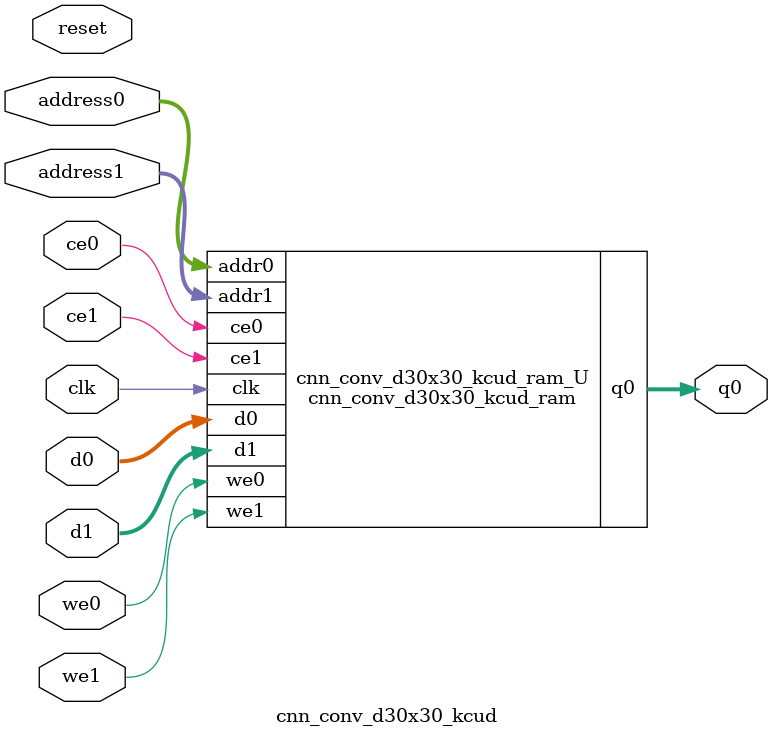
<source format=v>

`timescale 1 ns / 1 ps
module cnn_conv_d30x30_kcud_ram (addr0, ce0, d0, we0, q0, addr1, ce1, d1, we1,  clk);

parameter DWIDTH = 32;
parameter AWIDTH = 5;
parameter MEM_SIZE = 30;

input[AWIDTH-1:0] addr0;
input ce0;
input[DWIDTH-1:0] d0;
input we0;
output reg[DWIDTH-1:0] q0;
input[AWIDTH-1:0] addr1;
input ce1;
input[DWIDTH-1:0] d1;
input we1;
input clk;

(* ram_style = "block" *)reg [DWIDTH-1:0] ram[0:MEM_SIZE-1];




always @(posedge clk)  
begin 
    if (ce0) 
    begin
        if (we0) 
        begin 
            ram[addr0] <= d0; 
            q0 <= d0;
        end 
        else 
            q0 <= ram[addr0];
    end
end


always @(posedge clk)  
begin 
    if (ce1) 
    begin
        if (we1) 
        begin 
            ram[addr1] <= d1; 
        end 
    end
end


endmodule


`timescale 1 ns / 1 ps
module cnn_conv_d30x30_kcud(
    reset,
    clk,
    address0,
    ce0,
    we0,
    d0,
    q0,
    address1,
    ce1,
    we1,
    d1);

parameter DataWidth = 32'd32;
parameter AddressRange = 32'd30;
parameter AddressWidth = 32'd5;
input reset;
input clk;
input[AddressWidth - 1:0] address0;
input ce0;
input we0;
input[DataWidth - 1:0] d0;
output[DataWidth - 1:0] q0;
input[AddressWidth - 1:0] address1;
input ce1;
input we1;
input[DataWidth - 1:0] d1;



cnn_conv_d30x30_kcud_ram cnn_conv_d30x30_kcud_ram_U(
    .clk( clk ),
    .addr0( address0 ),
    .ce0( ce0 ),
    .d0( d0 ),
    .we0( we0 ),
    .q0( q0 ),
    .addr1( address1 ),
    .ce1( ce1 ),
    .d1( d1 ),
    .we1( we1 ));

endmodule


</source>
